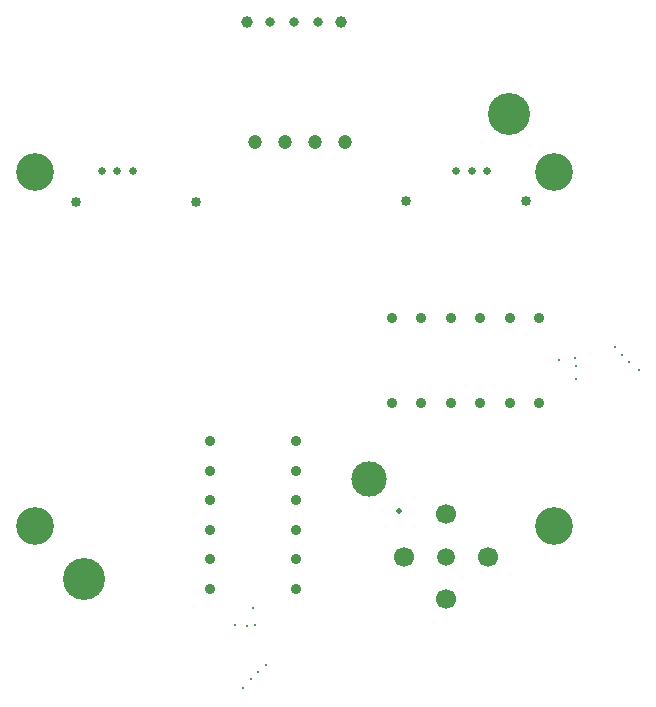
<source format=gbr>
%TF.GenerationSoftware,Altium Limited,Altium Designer,23.3.1 (30)*%
G04 Layer_Color=0*
%FSLAX45Y45*%
%MOMM*%
%TF.SameCoordinates,3FCD108A-851F-4062-9BED-621BEB009867*%
%TF.FilePolarity,Positive*%
%TF.FileFunction,Plated,1,2,PTH,Drill*%
%TF.Part,Single*%
G01*
G75*
%TA.AperFunction,ComponentDrill*%
%ADD60C,1.20000*%
%ADD61C,0.85000*%
%ADD62C,1.00000*%
%ADD63C,0.80000*%
%ADD64C,0.90000*%
%ADD65C,0.90000*%
%ADD66C,1.50000*%
%ADD67C,1.70000*%
%ADD68C,0.65000*%
%TA.AperFunction,ViaDrill,NotFilled*%
%ADD69C,3.55600*%
%ADD70C,3.20000*%
%ADD71C,0.30000*%
%ADD72C,3.00000*%
%ADD73C,0.50000*%
D60*
X5359400Y5466574D02*
D03*
X5105400D02*
D03*
X4851400Y5466574D02*
D03*
X4597400Y5466574D02*
D03*
D61*
X5880100Y4965700D02*
D03*
X6896100D02*
D03*
X3086100Y4953000D02*
D03*
X4102100D02*
D03*
D62*
X5330799Y6477001D02*
D03*
X4530800Y6477000D02*
D03*
D63*
X5130800Y6477000D02*
D03*
X4930800Y6477000D02*
D03*
X4730800D02*
D03*
D64*
X4943691Y2930484D02*
D03*
Y2680484D02*
D03*
Y2430484D02*
D03*
Y2180484D02*
D03*
Y1930484D02*
D03*
Y1680484D02*
D03*
X4221376D02*
D03*
X4221375Y1930485D02*
D03*
X4221376Y2180484D02*
D03*
Y2430484D02*
D03*
Y2680484D02*
D03*
Y2930484D02*
D03*
D65*
X5756316Y3978491D02*
D03*
X6006316Y3978491D02*
D03*
X6256316D02*
D03*
X6506316D02*
D03*
X6756316Y3978490D02*
D03*
X7006316Y3978491D02*
D03*
Y3256175D02*
D03*
X6756315Y3256175D02*
D03*
X6506316Y3256176D02*
D03*
X6256316Y3256175D02*
D03*
X6006316Y3256176D02*
D03*
X5756316Y3256176D02*
D03*
D66*
X6216614Y1954349D02*
D03*
D67*
X5857403Y1954349D02*
D03*
X6216615Y1595138D02*
D03*
X6575826Y1954347D02*
D03*
X6216615Y2313559D02*
D03*
D68*
X3563379Y5223363D02*
D03*
X3433379Y5223363D02*
D03*
X3303379D02*
D03*
X6303380D02*
D03*
X6433379Y5223363D02*
D03*
X6563379Y5223363D02*
D03*
D69*
X6746579Y5704863D02*
D03*
X3152479Y1767863D02*
D03*
D70*
X7133379Y2212363D02*
D03*
Y5212363D02*
D03*
X2733379Y2212363D02*
D03*
Y5212363D02*
D03*
D71*
X4500083Y838866D02*
D03*
X4623941Y977521D02*
D03*
X4426745Y1371357D02*
D03*
X4598933Y1377286D02*
D03*
X4692546Y1036541D02*
D03*
X4564752Y916140D02*
D03*
X7847934Y3534883D02*
D03*
X7709279Y3658741D02*
D03*
X7315444Y3461545D02*
D03*
X7309514Y3633733D02*
D03*
X7650259Y3727346D02*
D03*
X7770660Y3599552D02*
D03*
X4529407Y1366228D02*
D03*
X4581309Y1515444D02*
D03*
X7320573Y3564207D02*
D03*
X7171356Y3616109D02*
D03*
D72*
X5568379Y2607462D02*
D03*
D73*
X5822379Y2340763D02*
D03*
%TF.MD5,bd7df3c9f7638792f631d1e5a664093e*%
M02*

</source>
